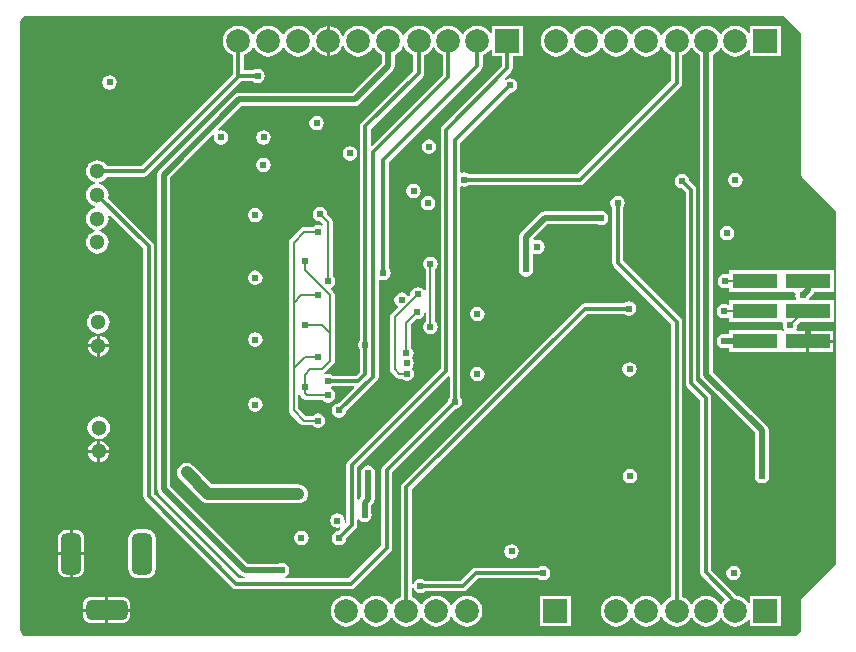
<source format=gbl>
G04 Layer_Physical_Order=4*
G04 Layer_Color=16711680*
%FSLAX44Y44*%
%MOMM*%
G71*
G01*
G75*
%ADD24R,3.8100X1.2700*%
%ADD33C,0.3000*%
%ADD34C,0.5000*%
%ADD35C,0.2030*%
%ADD37C,1.0000*%
%ADD41C,1.3000*%
%ADD42R,2.0000X2.0000*%
%ADD43C,2.0000*%
G04:AMPARAMS|DCode=44|XSize=1.7mm|YSize=3.5mm|CornerRadius=0.425mm|HoleSize=0mm|Usage=FLASHONLY|Rotation=180.000|XOffset=0mm|YOffset=0mm|HoleType=Round|Shape=RoundedRectangle|*
%AMROUNDEDRECTD44*
21,1,1.7000,2.6500,0,0,180.0*
21,1,0.8500,3.5000,0,0,180.0*
1,1,0.8500,-0.4250,1.3250*
1,1,0.8500,0.4250,1.3250*
1,1,0.8500,0.4250,-1.3250*
1,1,0.8500,-0.4250,-1.3250*
%
%ADD44ROUNDEDRECTD44*%
G04:AMPARAMS|DCode=45|XSize=1.7mm|YSize=3.5mm|CornerRadius=0.425mm|HoleSize=0mm|Usage=FLASHONLY|Rotation=270.000|XOffset=0mm|YOffset=0mm|HoleType=Round|Shape=RoundedRectangle|*
%AMROUNDEDRECTD45*
21,1,1.7000,2.6500,0,0,270.0*
21,1,0.8500,3.5000,0,0,270.0*
1,1,0.8500,-1.3250,-0.4250*
1,1,0.8500,-1.3250,0.4250*
1,1,0.8500,1.3250,0.4250*
1,1,0.8500,1.3250,-0.4250*
%
%ADD45ROUNDEDRECTD45*%
%ADD46C,0.6100*%
%ADD47R,4.9810X2.6515*%
G36*
X10889Y530744D02*
X11916Y530744D01*
X651819D01*
X666206Y516357D01*
Y396330D01*
X666538Y394664D01*
X667482Y393251D01*
X695416Y365317D01*
Y66844D01*
X667459Y38886D01*
X666515Y37473D01*
X666183Y35807D01*
Y11039D01*
X665626Y9692D01*
X663802Y7316D01*
X661426Y5492D01*
X660945Y5293D01*
X14387D01*
X13447Y5293D01*
X13144Y5276D01*
X12736Y5299D01*
X11493Y5432D01*
X11493D01*
X10509Y5527D01*
X9568Y5791D01*
X9138Y5928D01*
X9138Y5928D01*
X8396Y6075D01*
X6671Y7228D01*
X5518Y8953D01*
X5130Y10907D01*
X5164Y11080D01*
X5168Y11260D01*
X5185Y11485D01*
X5164Y11593D01*
Y525946D01*
X5480Y527534D01*
X6632Y529259D01*
X8357Y530411D01*
X9466Y530632D01*
X10665Y530762D01*
X10889Y530744D01*
D02*
G37*
%LPC*%
G36*
X392080Y522512D02*
X388686Y522065D01*
X385524Y520756D01*
X382808Y518672D01*
X380724Y515956D01*
X380415Y515209D01*
X379145D01*
X378835Y515956D01*
X376752Y518672D01*
X374036Y520756D01*
X370874Y522065D01*
X367480Y522512D01*
X364086Y522065D01*
X360924Y520756D01*
X358208Y518672D01*
X356124Y515956D01*
X355615Y514726D01*
X354345D01*
X353835Y515956D01*
X351752Y518672D01*
X349036Y520756D01*
X345874Y522065D01*
X342480Y522512D01*
X339086Y522065D01*
X335924Y520756D01*
X333208Y518672D01*
X331124Y515956D01*
X330267Y513887D01*
X328893D01*
X328036Y515956D01*
X325952Y518672D01*
X323236Y520756D01*
X320074Y522065D01*
X316680Y522512D01*
X313286Y522065D01*
X310124Y520756D01*
X307408Y518672D01*
X305324Y515956D01*
X304667Y514370D01*
X303293D01*
X302635Y515956D01*
X300552Y518672D01*
X297836Y520756D01*
X294674Y522065D01*
X291280Y522512D01*
X287886Y522065D01*
X284724Y520756D01*
X282008Y518672D01*
X279925Y515956D01*
X279018Y513768D01*
X277644D01*
X276834Y515724D01*
X274824Y518344D01*
X272204Y520354D01*
X269154Y521617D01*
X267150Y521881D01*
Y509400D01*
Y496919D01*
X269154Y497183D01*
X272204Y498446D01*
X274824Y500456D01*
X276834Y503076D01*
X277644Y505032D01*
X279018D01*
X279925Y502844D01*
X282008Y500128D01*
X284724Y498045D01*
X287886Y496735D01*
X291280Y496288D01*
X294674Y496735D01*
X297836Y498045D01*
X300552Y500128D01*
X302635Y502844D01*
X303293Y504431D01*
X304667D01*
X305324Y502844D01*
X307408Y500128D01*
X310124Y498045D01*
X311072Y497652D01*
Y490778D01*
X285820Y465526D01*
X190023D01*
X187876Y465099D01*
X186057Y463883D01*
X122457Y400283D01*
X121241Y398463D01*
X120814Y396317D01*
Y130207D01*
X121241Y128061D01*
X122457Y126242D01*
X191233Y57465D01*
X193052Y56249D01*
X194883Y55885D01*
X194758Y54615D01*
X189829D01*
X118338Y126106D01*
Y335575D01*
X117989Y337330D01*
X116995Y338819D01*
X79486Y376327D01*
X79570Y376530D01*
X79897Y379010D01*
X79570Y381490D01*
X78613Y383801D01*
X77090Y385785D01*
X75106Y387308D01*
X72795Y388265D01*
X72004Y388369D01*
Y389650D01*
X72795Y389755D01*
X75106Y390712D01*
X77090Y392235D01*
X78613Y394219D01*
X78697Y394422D01*
X109375D01*
X111131Y394771D01*
X112619Y395766D01*
X192245Y475392D01*
X201977D01*
X203639Y474281D01*
X206000Y473811D01*
X208361Y474281D01*
X210362Y475618D01*
X211699Y477619D01*
X212169Y479980D01*
X211699Y482341D01*
X210362Y484342D01*
X208361Y485679D01*
X206000Y486148D01*
X203639Y485679D01*
X201977Y484568D01*
X194268D01*
Y497229D01*
X196236Y498045D01*
X198952Y500128D01*
X201035Y502844D01*
X201693Y504431D01*
X203067D01*
X203724Y502844D01*
X205808Y500128D01*
X208524Y498045D01*
X211686Y496735D01*
X215080Y496288D01*
X218474Y496735D01*
X221636Y498045D01*
X224352Y500128D01*
X226436Y502844D01*
X227093Y504431D01*
X228467D01*
X229125Y502844D01*
X231208Y500128D01*
X233924Y498045D01*
X237086Y496735D01*
X240480Y496288D01*
X243874Y496735D01*
X247036Y498045D01*
X249752Y500128D01*
X251835Y502844D01*
X252742Y505032D01*
X254116D01*
X254926Y503076D01*
X256936Y500456D01*
X259556Y498446D01*
X262606Y497183D01*
X264610Y496919D01*
Y509400D01*
Y521881D01*
X262606Y521617D01*
X259556Y520354D01*
X256936Y518344D01*
X254926Y515724D01*
X254116Y513768D01*
X252742D01*
X251835Y515956D01*
X249752Y518672D01*
X247036Y520756D01*
X243874Y522065D01*
X240480Y522512D01*
X237086Y522065D01*
X233924Y520756D01*
X231208Y518672D01*
X229125Y515956D01*
X228467Y514370D01*
X227093D01*
X226436Y515956D01*
X224352Y518672D01*
X221636Y520756D01*
X218474Y522065D01*
X215080Y522512D01*
X211686Y522065D01*
X208524Y520756D01*
X205808Y518672D01*
X203724Y515956D01*
X203067Y514370D01*
X201693D01*
X201035Y515956D01*
X198952Y518672D01*
X196236Y520756D01*
X193074Y522065D01*
X189680Y522512D01*
X186286Y522065D01*
X183124Y520756D01*
X180408Y518672D01*
X178325Y515956D01*
X177015Y512794D01*
X176568Y509400D01*
X177015Y506006D01*
X178325Y502844D01*
X180408Y500128D01*
X183124Y498045D01*
X185092Y497229D01*
Y481216D01*
X107474Y403598D01*
X78697D01*
X78613Y403801D01*
X77090Y405785D01*
X75106Y407308D01*
X72795Y408265D01*
X70315Y408592D01*
X67835Y408265D01*
X65524Y407308D01*
X63540Y405785D01*
X62017Y403801D01*
X61059Y401490D01*
X60733Y399010D01*
X61059Y396530D01*
X62017Y394219D01*
X63540Y392235D01*
X65524Y390712D01*
X67835Y389755D01*
X68625Y389650D01*
Y388369D01*
X67835Y388265D01*
X65524Y387308D01*
X63540Y385785D01*
X62017Y383801D01*
X61059Y381490D01*
X60733Y379010D01*
X61059Y376530D01*
X62017Y374219D01*
X63540Y372235D01*
X65524Y370712D01*
X67835Y369755D01*
X68625Y369650D01*
Y368369D01*
X67835Y368265D01*
X65524Y367308D01*
X63540Y365785D01*
X62017Y363801D01*
X61059Y361490D01*
X60733Y359010D01*
X61059Y356530D01*
X62017Y354219D01*
X63540Y352235D01*
X65524Y350712D01*
X67835Y349754D01*
X68625Y349650D01*
Y348369D01*
X67835Y348265D01*
X65524Y347308D01*
X63540Y345785D01*
X62017Y343801D01*
X61059Y341490D01*
X60733Y339010D01*
X61059Y336530D01*
X62017Y334219D01*
X63540Y332234D01*
X65524Y330712D01*
X67835Y329754D01*
X70315Y329428D01*
X72795Y329754D01*
X75106Y330712D01*
X77090Y332234D01*
X78613Y334219D01*
X79570Y336530D01*
X79897Y339010D01*
X79570Y341490D01*
X78613Y343801D01*
X77090Y345785D01*
X75106Y347308D01*
X72795Y348265D01*
X72004Y348369D01*
Y349650D01*
X72795Y349754D01*
X75106Y350712D01*
X77090Y352235D01*
X78613Y354219D01*
X79570Y356530D01*
X79897Y359010D01*
X79573Y361467D01*
X79610Y361515D01*
X80661Y362175D01*
X109162Y333674D01*
Y124206D01*
X109511Y122450D01*
X110506Y120961D01*
X184685Y46783D01*
X186173Y45788D01*
X187929Y45439D01*
X285037D01*
X286793Y45788D01*
X288281Y46783D01*
X318666Y77167D01*
X319660Y78656D01*
X320009Y80412D01*
Y144451D01*
X373552Y197993D01*
X375513Y198383D01*
X377514Y199721D01*
X378851Y201722D01*
X379320Y204082D01*
X378851Y206443D01*
X377740Y208105D01*
Y385651D01*
X379010Y386350D01*
X381080Y385938D01*
X383440Y386408D01*
X385103Y387518D01*
X478787D01*
X480543Y387868D01*
X482031Y388862D01*
X564164Y470995D01*
X565158Y472483D01*
X565508Y474239D01*
Y497226D01*
X567476Y498041D01*
X570191Y500125D01*
X572275Y502841D01*
X572785Y504071D01*
X574054D01*
X574564Y502841D01*
X576648Y500125D01*
X579364Y498041D01*
X580312Y497649D01*
Y227029D01*
X580739Y224883D01*
X581954Y223064D01*
X627468Y177550D01*
Y143537D01*
X627377Y143401D01*
X626907Y141040D01*
X627377Y138680D01*
X628714Y136678D01*
X630715Y135341D01*
X633076Y134872D01*
X635436Y135341D01*
X637438Y136678D01*
X638775Y138680D01*
X639244Y141040D01*
X638775Y143401D01*
X638683Y143537D01*
Y179873D01*
X638257Y182019D01*
X637041Y183838D01*
X591527Y229352D01*
Y497649D01*
X592476Y498041D01*
X595191Y500125D01*
X597275Y502841D01*
X597584Y503588D01*
X598854D01*
X599164Y502841D01*
X601248Y500125D01*
X603963Y498041D01*
X607126Y496732D01*
X610519Y496285D01*
X613913Y496732D01*
X617076Y498041D01*
X619791Y500125D01*
X621650Y502547D01*
X622920Y502206D01*
Y496397D01*
X648920D01*
Y522397D01*
X622920D01*
Y516588D01*
X621650Y516247D01*
X619791Y518669D01*
X617076Y520752D01*
X613913Y522062D01*
X610519Y522509D01*
X607126Y522062D01*
X603963Y520752D01*
X601248Y518669D01*
X599164Y515953D01*
X598854Y515206D01*
X597584D01*
X597275Y515953D01*
X595191Y518669D01*
X592476Y520752D01*
X589313Y522062D01*
X585920Y522509D01*
X582526Y522062D01*
X579364Y520752D01*
X576648Y518669D01*
X574564Y515953D01*
X574054Y514723D01*
X572785D01*
X572275Y515953D01*
X570191Y518669D01*
X567476Y520752D01*
X564313Y522062D01*
X560919Y522509D01*
X557526Y522062D01*
X554363Y520752D01*
X551648Y518669D01*
X549564Y515953D01*
X548707Y513884D01*
X547332D01*
X546475Y515953D01*
X544391Y518669D01*
X541676Y520752D01*
X538513Y522062D01*
X535120Y522509D01*
X531726Y522062D01*
X528563Y520752D01*
X525848Y518669D01*
X523764Y515953D01*
X523107Y514366D01*
X521732D01*
X521075Y515953D01*
X518991Y518669D01*
X516276Y520752D01*
X513113Y522062D01*
X509720Y522509D01*
X506326Y522062D01*
X503163Y520752D01*
X500448Y518669D01*
X498364Y515953D01*
X497707Y514366D01*
X496332D01*
X495675Y515953D01*
X493591Y518669D01*
X490876Y520752D01*
X487713Y522062D01*
X484320Y522509D01*
X480926Y522062D01*
X477763Y520752D01*
X475048Y518669D01*
X472964Y515953D01*
X472307Y514366D01*
X470932D01*
X470275Y515953D01*
X468191Y518669D01*
X465476Y520752D01*
X462313Y522062D01*
X458920Y522509D01*
X455526Y522062D01*
X452364Y520752D01*
X449648Y518669D01*
X447564Y515953D01*
X446254Y512791D01*
X445807Y509397D01*
X446254Y506003D01*
X447564Y502841D01*
X449648Y500125D01*
X452364Y498041D01*
X455526Y496732D01*
X458920Y496285D01*
X462313Y496732D01*
X465476Y498041D01*
X468191Y500125D01*
X470275Y502841D01*
X470932Y504427D01*
X472307D01*
X472964Y502841D01*
X475048Y500125D01*
X477763Y498041D01*
X480926Y496732D01*
X484320Y496285D01*
X487713Y496732D01*
X490876Y498041D01*
X493591Y500125D01*
X495675Y502841D01*
X496332Y504427D01*
X497707D01*
X498364Y502841D01*
X500448Y500125D01*
X503163Y498041D01*
X506326Y496732D01*
X509720Y496285D01*
X513113Y496732D01*
X516276Y498041D01*
X518991Y500125D01*
X521075Y502841D01*
X521732Y504427D01*
X523107D01*
X523764Y502841D01*
X525848Y500125D01*
X528563Y498041D01*
X531726Y496732D01*
X535120Y496285D01*
X538513Y496732D01*
X541676Y498041D01*
X544391Y500125D01*
X546475Y502841D01*
X547332Y504910D01*
X548707D01*
X549564Y502841D01*
X551648Y500125D01*
X554363Y498041D01*
X556331Y497226D01*
Y476140D01*
X476886Y396695D01*
X385103D01*
X383440Y397805D01*
X381080Y398275D01*
X379010Y397863D01*
X377740Y398563D01*
Y423376D01*
X420055Y465690D01*
X422016Y466081D01*
X424017Y467418D01*
X425354Y469419D01*
X425824Y471780D01*
X425354Y474140D01*
X424017Y476141D01*
X422016Y477478D01*
X419655Y477948D01*
X417295Y477478D01*
X415982Y476601D01*
X415172Y477588D01*
X420724Y483140D01*
X421719Y484628D01*
X422068Y486384D01*
Y496400D01*
X430480D01*
Y522400D01*
X404480D01*
Y516591D01*
X403210Y516250D01*
X401352Y518672D01*
X398636Y520756D01*
X395474Y522065D01*
X392080Y522512D01*
D02*
G37*
G36*
X80598Y480513D02*
X78237Y480043D01*
X76236Y478706D01*
X74899Y476705D01*
X74429Y474344D01*
X74899Y471984D01*
X76236Y469983D01*
X78237Y468645D01*
X80598Y468176D01*
X82958Y468645D01*
X84959Y469983D01*
X86297Y471984D01*
X86766Y474344D01*
X86297Y476705D01*
X84959Y478706D01*
X82958Y480043D01*
X80598Y480513D01*
D02*
G37*
G36*
X610439Y397956D02*
X608079Y397486D01*
X606077Y396149D01*
X604740Y394147D01*
X604271Y391787D01*
X604740Y389426D01*
X606077Y387425D01*
X608079Y386088D01*
X610439Y385619D01*
X612800Y386088D01*
X614801Y387425D01*
X616138Y389426D01*
X616608Y391787D01*
X616138Y394147D01*
X614801Y396149D01*
X612800Y397486D01*
X610439Y397956D01*
D02*
G37*
G36*
X496657Y365919D02*
X494296Y365449D01*
X494160Y365358D01*
X449006D01*
X446860Y364931D01*
X445041Y363715D01*
X429178Y347852D01*
X427962Y346033D01*
X427536Y343887D01*
Y318640D01*
X427444Y318503D01*
X426975Y316143D01*
X427444Y313782D01*
X428781Y311781D01*
X430783Y310444D01*
X433143Y309974D01*
X435504Y310444D01*
X437505Y311781D01*
X438842Y313782D01*
X439312Y316143D01*
X438842Y318503D01*
X438751Y318640D01*
Y329215D01*
X439871Y329814D01*
X440554Y329357D01*
X442915Y328888D01*
X445275Y329357D01*
X447276Y330695D01*
X448614Y332696D01*
X449083Y335056D01*
X448614Y337417D01*
X447276Y339418D01*
X445275Y340755D01*
X442915Y341225D01*
X440641Y340773D01*
X440521Y340773D01*
X439286Y341436D01*
X439217Y342031D01*
X451329Y354142D01*
X494160D01*
X494296Y354051D01*
X496657Y353582D01*
X499018Y354051D01*
X501019Y355388D01*
X502356Y357389D01*
X502826Y359750D01*
X502356Y362111D01*
X501019Y364112D01*
X499018Y365449D01*
X496657Y365919D01*
D02*
G37*
G36*
X603220Y352918D02*
X600859Y352449D01*
X598858Y351112D01*
X597521Y349110D01*
X597051Y346750D01*
X597521Y344389D01*
X598858Y342388D01*
X600859Y341051D01*
X603220Y340581D01*
X605580Y341051D01*
X607582Y342388D01*
X608919Y344389D01*
X609388Y346750D01*
X608919Y349110D01*
X607582Y351112D01*
X605580Y352449D01*
X603220Y352918D01*
D02*
G37*
G36*
X649660Y315547D02*
X648390Y315547D01*
X605210D01*
Y312406D01*
X604090Y311807D01*
X603957Y311896D01*
X601597Y312365D01*
X599236Y311896D01*
X597235Y310559D01*
X595898Y308558D01*
X595428Y306197D01*
X595898Y303836D01*
X597235Y301835D01*
X599236Y300498D01*
X601597Y300028D01*
X603957Y300498D01*
X604090Y300587D01*
X605210Y299988D01*
Y296847D01*
X648390D01*
X649310Y296847D01*
X650580Y296847D01*
X660503D01*
X661501Y295577D01*
X661217Y294146D01*
X661686Y291785D01*
X662032Y291267D01*
X661433Y290147D01*
X650580D01*
X649660Y290147D01*
X648390Y290147D01*
X605210D01*
Y286646D01*
X603940Y285967D01*
X603148Y286496D01*
X600788Y286966D01*
X598427Y286496D01*
X596426Y285159D01*
X595089Y283158D01*
X594619Y280797D01*
X595089Y278436D01*
X596426Y276435D01*
X598427Y275098D01*
X600788Y274629D01*
X603148Y275098D01*
X603940Y275627D01*
X605210Y274948D01*
Y271447D01*
X648390D01*
X649926Y271447D01*
X650968Y270177D01*
X650744Y269053D01*
X651214Y266692D01*
X651973Y265557D01*
X651294Y264287D01*
X650390Y264287D01*
X649310Y264747D01*
X649041Y264747D01*
X605210D01*
Y261005D01*
X603183D01*
X603047Y261096D01*
X600686Y261565D01*
X598326Y261096D01*
X596324Y259759D01*
X594987Y257758D01*
X594518Y255397D01*
X594987Y253036D01*
X596324Y251035D01*
X598326Y249698D01*
X600686Y249228D01*
X603047Y249698D01*
X603183Y249789D01*
X605210D01*
Y246047D01*
X649041D01*
X649310Y246047D01*
X650390Y246507D01*
X650580Y246507D01*
X670440D01*
Y255397D01*
Y264287D01*
X662532D01*
X661853Y265557D01*
X662612Y266692D01*
X663081Y269053D01*
X663018Y269369D01*
X665096Y271447D01*
X693760D01*
Y290147D01*
X673337D01*
X672738Y291267D01*
X673084Y291785D01*
X673116Y291946D01*
X675675Y294505D01*
X676891Y296325D01*
X676995Y296847D01*
X693760D01*
Y315547D01*
X650580D01*
X649660Y315547D01*
D02*
G37*
G36*
X520514Y289122D02*
X518153Y288652D01*
X516491Y287542D01*
X482963D01*
X481207Y287192D01*
X479719Y286198D01*
X328675Y135154D01*
X327681Y133666D01*
X327331Y131910D01*
Y38968D01*
X325364Y38152D01*
X322648Y36069D01*
X320564Y33353D01*
X319907Y31767D01*
X318532D01*
X317875Y33353D01*
X315791Y36069D01*
X313076Y38152D01*
X309913Y39462D01*
X306520Y39909D01*
X303126Y39462D01*
X299963Y38152D01*
X297248Y36069D01*
X295164Y33353D01*
X294507Y31767D01*
X293132D01*
X292475Y33353D01*
X290391Y36069D01*
X287676Y38152D01*
X284513Y39462D01*
X281120Y39909D01*
X277726Y39462D01*
X274564Y38152D01*
X271848Y36069D01*
X269764Y33353D01*
X268454Y30191D01*
X268007Y26797D01*
X268454Y23403D01*
X269764Y20241D01*
X271848Y17525D01*
X274564Y15441D01*
X277726Y14132D01*
X281120Y13685D01*
X284513Y14132D01*
X287676Y15441D01*
X290391Y17525D01*
X292475Y20241D01*
X293132Y21827D01*
X294507D01*
X295164Y20241D01*
X297248Y17525D01*
X299963Y15441D01*
X303126Y14132D01*
X306520Y13685D01*
X309913Y14132D01*
X313076Y15441D01*
X315791Y17525D01*
X317875Y20241D01*
X318532Y21827D01*
X319907D01*
X320564Y20241D01*
X322648Y17525D01*
X325364Y15441D01*
X328526Y14132D01*
X331920Y13685D01*
X335313Y14132D01*
X338476Y15441D01*
X341191Y17525D01*
X343275Y20241D01*
X343932Y21827D01*
X345307D01*
X345964Y20241D01*
X348048Y17525D01*
X350764Y15441D01*
X353926Y14132D01*
X357320Y13685D01*
X360713Y14132D01*
X363876Y15441D01*
X366591Y17525D01*
X368675Y20241D01*
X369532Y22310D01*
X370907D01*
X371764Y20241D01*
X373848Y17525D01*
X376563Y15441D01*
X379726Y14132D01*
X383119Y13685D01*
X386513Y14132D01*
X389675Y15441D01*
X392391Y17525D01*
X394475Y20241D01*
X395181Y21946D01*
X396556D01*
X397166Y20473D01*
X399176Y17853D01*
X401796Y15843D01*
X404846Y14580D01*
X406850Y14316D01*
Y26797D01*
Y39278D01*
X404846Y39014D01*
X401796Y37751D01*
X399176Y35741D01*
X397166Y33121D01*
X396556Y31648D01*
X395181D01*
X394475Y33353D01*
X392391Y36069D01*
X389675Y38152D01*
X386513Y39462D01*
X383119Y39909D01*
X379726Y39462D01*
X376563Y38152D01*
X373848Y36069D01*
X371764Y33353D01*
X370907Y31284D01*
X369532D01*
X368675Y33353D01*
X366591Y36069D01*
X363876Y38152D01*
X360713Y39462D01*
X357320Y39909D01*
X353926Y39462D01*
X350764Y38152D01*
X348048Y36069D01*
X345964Y33353D01*
X345307Y31767D01*
X343932D01*
X343275Y33353D01*
X341191Y36069D01*
X338476Y38152D01*
X336508Y38968D01*
Y46125D01*
X336701Y47315D01*
X336701Y47315D01*
Y47315D01*
X337778Y47421D01*
X337808Y47268D01*
X338142Y45593D01*
X339479Y43592D01*
X341480Y42254D01*
X343840Y41785D01*
X346201Y42254D01*
X347863Y43365D01*
X379899D01*
X381655Y43714D01*
X383143Y44709D01*
X392858Y54423D01*
X443475D01*
X445137Y53313D01*
X447498Y52843D01*
X449858Y53313D01*
X451860Y54650D01*
X453197Y56651D01*
X453666Y59012D01*
X453197Y61372D01*
X451860Y63373D01*
X449858Y64710D01*
X447498Y65180D01*
X445137Y64710D01*
X443475Y63600D01*
X390957D01*
X389201Y63250D01*
X387713Y62256D01*
X377998Y52541D01*
X347863D01*
X346201Y53652D01*
X343840Y54122D01*
X341480Y53652D01*
X339479Y52315D01*
X338142Y50314D01*
X337808Y48638D01*
X337778Y48485D01*
X336701Y48591D01*
Y48591D01*
X336701Y48591D01*
X336508Y49781D01*
Y130009D01*
X484864Y278365D01*
X516491D01*
X518153Y277255D01*
X520514Y276785D01*
X522875Y277255D01*
X524876Y278592D01*
X526213Y280593D01*
X526683Y282954D01*
X526213Y285314D01*
X524876Y287315D01*
X522875Y288652D01*
X520514Y289122D01*
D02*
G37*
G36*
X392000Y284533D02*
X389639Y284063D01*
X387638Y282726D01*
X386301Y280725D01*
X385831Y278364D01*
X386301Y276004D01*
X387638Y274002D01*
X389639Y272665D01*
X392000Y272196D01*
X394360Y272665D01*
X396362Y274002D01*
X397699Y276004D01*
X398168Y278364D01*
X397699Y280725D01*
X396362Y282726D01*
X394360Y284063D01*
X392000Y284533D01*
D02*
G37*
G36*
X71107Y280835D02*
X68627Y280508D01*
X66316Y279551D01*
X64331Y278029D01*
X62809Y276044D01*
X61852Y273733D01*
X61525Y271253D01*
X61852Y268773D01*
X62809Y266462D01*
X64331Y264478D01*
X66316Y262955D01*
X68627Y261998D01*
X71107Y261671D01*
X73587Y261998D01*
X75898Y262955D01*
X77882Y264478D01*
X79405Y266462D01*
X80362Y268773D01*
X80689Y271253D01*
X80362Y273733D01*
X79405Y276044D01*
X77882Y278029D01*
X75898Y279551D01*
X73587Y280508D01*
X71107Y280835D01*
D02*
G37*
G36*
X693300Y264287D02*
X672980D01*
Y256667D01*
X693300D01*
Y264287D01*
D02*
G37*
G36*
X72377Y260204D02*
Y252523D01*
X80058D01*
X79914Y253613D01*
X79003Y255812D01*
X77554Y257700D01*
X75666Y259149D01*
X73467Y260060D01*
X72377Y260204D01*
D02*
G37*
G36*
X69837D02*
X68747Y260060D01*
X66548Y259149D01*
X64660Y257700D01*
X63211Y255812D01*
X62300Y253613D01*
X62156Y252523D01*
X69837D01*
Y260204D01*
D02*
G37*
G36*
X693300Y254127D02*
X672980D01*
Y246507D01*
X693300D01*
Y254127D01*
D02*
G37*
G36*
X69837Y249983D02*
X62156D01*
X62300Y248893D01*
X63211Y246694D01*
X64660Y244806D01*
X66548Y243357D01*
X68747Y242446D01*
X69837Y242302D01*
Y249983D01*
D02*
G37*
G36*
X80058D02*
X72377D01*
Y242302D01*
X73467Y242446D01*
X75666Y243357D01*
X77554Y244806D01*
X79003Y246694D01*
X79914Y248893D01*
X80058Y249983D01*
D02*
G37*
G36*
X520902Y237671D02*
X518542Y237202D01*
X516540Y235865D01*
X515203Y233863D01*
X514734Y231503D01*
X515203Y229142D01*
X516540Y227141D01*
X518542Y225804D01*
X520902Y225334D01*
X523263Y225804D01*
X525264Y227141D01*
X526601Y229142D01*
X527071Y231503D01*
X526601Y233863D01*
X525264Y235865D01*
X523263Y237202D01*
X520902Y237671D01*
D02*
G37*
G36*
X392000Y233533D02*
X389639Y233063D01*
X387638Y231726D01*
X386301Y229725D01*
X385831Y227364D01*
X386301Y225004D01*
X387638Y223002D01*
X389639Y221665D01*
X392000Y221196D01*
X394360Y221665D01*
X396362Y223002D01*
X397699Y225004D01*
X398168Y227364D01*
X397699Y229725D01*
X396362Y231726D01*
X394360Y233063D01*
X392000Y233533D01*
D02*
G37*
G36*
X71345Y191681D02*
X68865Y191355D01*
X66554Y190397D01*
X64570Y188874D01*
X63047Y186890D01*
X62090Y184579D01*
X61763Y182099D01*
X62090Y179619D01*
X63047Y177308D01*
X64570Y175324D01*
X66554Y173801D01*
X68865Y172843D01*
X71345Y172517D01*
X73825Y172843D01*
X76136Y173801D01*
X78120Y175324D01*
X79643Y177308D01*
X80600Y179619D01*
X80927Y182099D01*
X80600Y184579D01*
X79643Y186890D01*
X78120Y188874D01*
X76136Y190397D01*
X73825Y191355D01*
X71345Y191681D01*
D02*
G37*
G36*
X72615Y171050D02*
Y163369D01*
X80296D01*
X80152Y164459D01*
X79241Y166658D01*
X77792Y168546D01*
X75904Y169995D01*
X73705Y170906D01*
X72615Y171050D01*
D02*
G37*
G36*
X70075Y171050D02*
X68985Y170906D01*
X66786Y169995D01*
X64898Y168546D01*
X63449Y166658D01*
X62538Y164459D01*
X62394Y163369D01*
X70075D01*
Y171050D01*
D02*
G37*
G36*
Y160829D02*
X62394D01*
X62538Y159739D01*
X63449Y157540D01*
X64898Y155652D01*
X66786Y154203D01*
X68985Y153292D01*
X70075Y153148D01*
Y160829D01*
D02*
G37*
G36*
X80296D02*
X72615D01*
Y153148D01*
X73705Y153292D01*
X75904Y154203D01*
X77792Y155652D01*
X79241Y157540D01*
X80152Y159739D01*
X80296Y160829D01*
D02*
G37*
G36*
X521214Y147209D02*
X518853Y146740D01*
X516852Y145402D01*
X515515Y143401D01*
X515046Y141041D01*
X515515Y138680D01*
X516852Y136679D01*
X518853Y135342D01*
X521214Y134872D01*
X523575Y135342D01*
X525576Y136679D01*
X526913Y138680D01*
X527383Y141041D01*
X526913Y143401D01*
X525576Y145402D01*
X523575Y146740D01*
X521214Y147209D01*
D02*
G37*
G36*
X52454Y95600D02*
X49474D01*
Y76771D01*
X59303D01*
Y88751D01*
X59069Y90524D01*
X58385Y92175D01*
X57297Y93594D01*
X55878Y94682D01*
X54227Y95366D01*
X52454Y95600D01*
D02*
G37*
G36*
X46934D02*
X43954D01*
X42182Y95366D01*
X40530Y94682D01*
X39111Y93594D01*
X38023Y92175D01*
X37339Y90524D01*
X37106Y88751D01*
Y76771D01*
X46934D01*
Y95600D01*
D02*
G37*
G36*
X421000Y83419D02*
X418639Y82949D01*
X416638Y81612D01*
X415301Y79611D01*
X414831Y77250D01*
X415301Y74889D01*
X416638Y72888D01*
X418639Y71551D01*
X421000Y71082D01*
X423360Y71551D01*
X425362Y72888D01*
X426699Y74889D01*
X427168Y77250D01*
X426699Y79611D01*
X425362Y81612D01*
X423360Y82949D01*
X421000Y83419D01*
D02*
G37*
G36*
X59303Y74231D02*
X49474D01*
Y55402D01*
X52454D01*
X54227Y55636D01*
X55878Y56320D01*
X57297Y57408D01*
X58385Y58827D01*
X59069Y60478D01*
X59303Y62251D01*
Y74231D01*
D02*
G37*
G36*
X46934D02*
X37106D01*
Y62251D01*
X37339Y60478D01*
X38023Y58827D01*
X39111Y57408D01*
X40530Y56320D01*
X42182Y55636D01*
X43954Y55402D01*
X46934D01*
Y74231D01*
D02*
G37*
G36*
X112454Y96063D02*
X103954D01*
X102061Y95814D01*
X100298Y95084D01*
X98783Y93922D01*
X97621Y92407D01*
X96891Y90644D01*
X96642Y88751D01*
Y62251D01*
X96891Y60358D01*
X97621Y58595D01*
X98783Y57080D01*
X100298Y55918D01*
X102061Y55188D01*
X103954Y54938D01*
X112454D01*
X114347Y55188D01*
X116110Y55918D01*
X117625Y57080D01*
X118787Y58595D01*
X119517Y60358D01*
X119767Y62251D01*
Y88751D01*
X119517Y90644D01*
X118787Y92407D01*
X117625Y93922D01*
X116110Y95084D01*
X114347Y95814D01*
X112454Y96063D01*
D02*
G37*
G36*
X609043Y65180D02*
X606683Y64710D01*
X604682Y63373D01*
X603344Y61372D01*
X602875Y59012D01*
X603344Y56651D01*
X604682Y54650D01*
X606683Y53313D01*
X609043Y52843D01*
X611404Y53313D01*
X613405Y54650D01*
X614742Y56651D01*
X615212Y59012D01*
X614742Y61372D01*
X613405Y63373D01*
X611404Y64710D01*
X609043Y65180D01*
D02*
G37*
G36*
X471119Y39797D02*
X445120D01*
Y32948D01*
X443849Y32695D01*
X443673Y33121D01*
X441663Y35741D01*
X439044Y37751D01*
X435993Y39014D01*
X433989Y39278D01*
Y26797D01*
Y14316D01*
X435993Y14580D01*
X439044Y15843D01*
X441663Y17853D01*
X443673Y20473D01*
X443849Y20899D01*
X445120Y20646D01*
Y13797D01*
X471119D01*
Y39797D01*
D02*
G37*
G36*
X565425Y397241D02*
X563064Y396771D01*
X561063Y395434D01*
X559726Y393433D01*
X559256Y391072D01*
X559726Y388712D01*
X561063Y386711D01*
X563064Y385373D01*
X565025Y384983D01*
X568292Y381716D01*
Y219594D01*
X568642Y217838D01*
X569636Y216349D01*
X580840Y205146D01*
Y59504D01*
X581189Y57748D01*
X582183Y56259D01*
X601317Y37125D01*
X601248Y36069D01*
X599164Y33353D01*
X598854Y32606D01*
X597584D01*
X597275Y33353D01*
X595191Y36069D01*
X592476Y38152D01*
X589313Y39462D01*
X585920Y39909D01*
X582526Y39462D01*
X579364Y38152D01*
X576648Y36069D01*
X574564Y33353D01*
X574054Y32123D01*
X572785D01*
X572275Y33353D01*
X570191Y36069D01*
X567476Y38152D01*
X565508Y38968D01*
Y271321D01*
X565158Y273076D01*
X564164Y274565D01*
X515409Y323320D01*
Y368427D01*
X516519Y370089D01*
X516989Y372450D01*
X516519Y374811D01*
X515182Y376812D01*
X513181Y378149D01*
X510821Y378619D01*
X508460Y378149D01*
X506459Y376812D01*
X505121Y374811D01*
X504652Y372450D01*
X505121Y370089D01*
X506232Y368427D01*
Y321420D01*
X506582Y319664D01*
X507576Y318175D01*
X556331Y269420D01*
Y38968D01*
X554363Y38152D01*
X551648Y36069D01*
X549564Y33353D01*
X548707Y31284D01*
X547332D01*
X546475Y33353D01*
X544391Y36069D01*
X541676Y38152D01*
X538513Y39462D01*
X535120Y39909D01*
X531726Y39462D01*
X528563Y38152D01*
X525848Y36069D01*
X523764Y33353D01*
X523107Y31767D01*
X521732D01*
X521075Y33353D01*
X518991Y36069D01*
X516276Y38152D01*
X513113Y39462D01*
X509720Y39909D01*
X506326Y39462D01*
X503163Y38152D01*
X500448Y36069D01*
X498364Y33353D01*
X497054Y30191D01*
X496607Y26797D01*
X497054Y23403D01*
X498364Y20241D01*
X500448Y17525D01*
X503163Y15441D01*
X506326Y14132D01*
X509720Y13685D01*
X513113Y14132D01*
X516276Y15441D01*
X518991Y17525D01*
X521075Y20241D01*
X521732Y21827D01*
X523107D01*
X523764Y20241D01*
X525848Y17525D01*
X528563Y15441D01*
X531726Y14132D01*
X535120Y13685D01*
X538513Y14132D01*
X541676Y15441D01*
X544391Y17525D01*
X546475Y20241D01*
X547332Y22310D01*
X548707D01*
X549564Y20241D01*
X551648Y17525D01*
X554363Y15441D01*
X557526Y14132D01*
X560919Y13685D01*
X564313Y14132D01*
X567476Y15441D01*
X570191Y17525D01*
X572275Y20241D01*
X572785Y21471D01*
X574054D01*
X574564Y20241D01*
X576648Y17525D01*
X579364Y15441D01*
X582526Y14132D01*
X585920Y13685D01*
X589313Y14132D01*
X592476Y15441D01*
X595191Y17525D01*
X597275Y20241D01*
X597584Y20988D01*
X598854D01*
X599164Y20241D01*
X601248Y17525D01*
X603963Y15441D01*
X607126Y14132D01*
X610519Y13685D01*
X613913Y14132D01*
X617076Y15441D01*
X619791Y17525D01*
X621650Y19947D01*
X622920Y19606D01*
Y13797D01*
X648920D01*
Y39797D01*
X622920D01*
Y33988D01*
X621650Y33647D01*
X619791Y36069D01*
X617076Y38152D01*
X613913Y39462D01*
X611661Y39759D01*
X590016Y61404D01*
Y207046D01*
X589666Y208802D01*
X588672Y210291D01*
X577468Y221494D01*
Y383617D01*
X577119Y385373D01*
X576125Y386861D01*
X571514Y391472D01*
X571124Y393433D01*
X569787Y395434D01*
X567785Y396771D01*
X565425Y397241D01*
D02*
G37*
G36*
X91454Y38600D02*
X79474D01*
Y28771D01*
X98303D01*
Y31751D01*
X98069Y33524D01*
X97385Y35175D01*
X96297Y36594D01*
X94878Y37682D01*
X93227Y38366D01*
X91454Y38600D01*
D02*
G37*
G36*
X76934D02*
X64954D01*
X63182Y38366D01*
X61530Y37682D01*
X60111Y36594D01*
X59023Y35175D01*
X58339Y33524D01*
X58106Y31751D01*
Y28771D01*
X76934D01*
Y38600D01*
D02*
G37*
G36*
X98303Y26231D02*
X79474D01*
Y16402D01*
X91454D01*
X93227Y16636D01*
X94878Y17320D01*
X96297Y18408D01*
X97385Y19827D01*
X98069Y21479D01*
X98303Y23251D01*
Y26231D01*
D02*
G37*
G36*
X76934D02*
X58106D01*
Y23251D01*
X58339Y21479D01*
X59023Y19827D01*
X60111Y18408D01*
X61530Y17320D01*
X63182Y16636D01*
X64954Y16402D01*
X76934D01*
Y26231D01*
D02*
G37*
G36*
X409390Y39278D02*
Y26797D01*
Y14316D01*
X411393Y14580D01*
X414444Y15843D01*
X417063Y17853D01*
X419073Y20473D01*
X419732Y22064D01*
X421107D01*
X421766Y20473D01*
X423776Y17853D01*
X426395Y15843D01*
X429446Y14580D01*
X431450Y14316D01*
Y26797D01*
Y39278D01*
X429446Y39014D01*
X426395Y37751D01*
X423776Y35741D01*
X421766Y33121D01*
X421107Y31530D01*
X419732D01*
X419073Y33121D01*
X417063Y35741D01*
X414444Y37751D01*
X411393Y39014D01*
X409390Y39278D01*
D02*
G37*
%LPD*%
G36*
X331124Y502844D02*
X333208Y500128D01*
X335924Y498045D01*
X337892Y497229D01*
Y484380D01*
X293912Y440401D01*
X292917Y438912D01*
X292568Y437156D01*
Y256023D01*
X291458Y254361D01*
X290988Y252000D01*
X291458Y249639D01*
X292568Y247977D01*
Y229326D01*
X289353Y226111D01*
X269458D01*
X267796Y227222D01*
X265435Y227691D01*
X263074Y227222D01*
X262502Y228304D01*
X263701Y229105D01*
X270229Y235634D01*
X271117Y236962D01*
X271428Y238528D01*
Y261868D01*
Y294044D01*
X271117Y295611D01*
X270229Y296939D01*
X268005Y299163D01*
X268325Y300639D01*
X269864Y301668D01*
X271201Y303669D01*
X271671Y306030D01*
X271201Y308390D01*
X269864Y310391D01*
X269596Y310571D01*
Y356301D01*
X269284Y357868D01*
X268397Y359196D01*
X264909Y362684D01*
X264972Y363000D01*
X264502Y365360D01*
X263165Y367362D01*
X261164Y368699D01*
X258803Y369168D01*
X256443Y368699D01*
X254441Y367362D01*
X253104Y365360D01*
X252635Y363000D01*
X253104Y360639D01*
X254441Y358638D01*
X256443Y357301D01*
X258803Y356831D01*
X259119Y356894D01*
X261144Y354869D01*
X261037Y353805D01*
X259866Y353220D01*
X259296Y353600D01*
X256936Y354070D01*
X254575Y353600D01*
X252574Y352263D01*
X252395Y351995D01*
X245652D01*
X244085Y351683D01*
X242757Y350796D01*
X233605Y341644D01*
X232718Y340316D01*
X232406Y338750D01*
Y287500D01*
Y232750D01*
Y196605D01*
X232718Y195039D01*
X233605Y193711D01*
X242210Y185105D01*
X243538Y184218D01*
X245105Y183906D01*
X252558D01*
X252738Y183638D01*
X254739Y182301D01*
X257099Y181832D01*
X259460Y182301D01*
X261461Y183638D01*
X262798Y185640D01*
X263268Y188000D01*
X262798Y190361D01*
X261461Y192362D01*
X259460Y193699D01*
X257099Y194169D01*
X254739Y193699D01*
X252738Y192362D01*
X252558Y192094D01*
X246801D01*
X240593Y198301D01*
Y209911D01*
X241863Y210036D01*
X241968Y209510D01*
X242855Y208182D01*
X244561Y206477D01*
X245889Y205589D01*
X247456Y205278D01*
X261052D01*
X261232Y205009D01*
X263233Y203672D01*
X265593Y203203D01*
X267954Y203672D01*
X269955Y205009D01*
X271292Y207011D01*
X271762Y209371D01*
X271292Y211732D01*
X269955Y213733D01*
X268428Y214753D01*
X268345Y216146D01*
X268367Y216206D01*
X269458Y216935D01*
X287193D01*
X287679Y215762D01*
X274629Y202711D01*
X272668Y202321D01*
X270666Y200984D01*
X269329Y198982D01*
X268860Y196622D01*
X269329Y194261D01*
X270666Y192260D01*
X272668Y190923D01*
X275028Y190453D01*
X277389Y190923D01*
X279390Y192260D01*
X280727Y194261D01*
X281117Y196222D01*
X306998Y222103D01*
X307993Y223592D01*
X308342Y225348D01*
Y307153D01*
X309462Y307752D01*
X310013Y307384D01*
X312373Y306915D01*
X314734Y307384D01*
X316735Y308722D01*
X318072Y310723D01*
X318542Y313083D01*
X318072Y315444D01*
X316961Y317106D01*
Y406689D01*
X395324Y485052D01*
X396319Y486541D01*
X396668Y488296D01*
Y497229D01*
X398636Y498045D01*
X401352Y500128D01*
X403210Y502550D01*
X404480Y502209D01*
Y496400D01*
X412892D01*
Y488285D01*
X362303Y437695D01*
X361308Y436207D01*
X360959Y434451D01*
Y232057D01*
X282537Y153636D01*
X281543Y152147D01*
X281193Y150391D01*
Y101964D01*
X280707Y101606D01*
X279557Y102337D01*
X279769Y103405D01*
X279300Y105765D01*
X277963Y107766D01*
X275961Y109103D01*
X273601Y109573D01*
X271240Y109103D01*
X269239Y107766D01*
X267902Y105765D01*
X267432Y103405D01*
X267902Y101044D01*
X269239Y99043D01*
X271240Y97705D01*
X273601Y97236D01*
X275496Y97613D01*
X276122Y96443D01*
X274519Y94839D01*
X272558Y94449D01*
X270556Y93112D01*
X269219Y91111D01*
X268750Y88750D01*
X269219Y86390D01*
X270556Y84388D01*
X272558Y83051D01*
X274918Y82582D01*
X277279Y83051D01*
X279280Y84388D01*
X280617Y86390D01*
X281007Y88350D01*
X289026Y96369D01*
X290021Y97858D01*
X290370Y99614D01*
Y103966D01*
X291640Y104351D01*
X292116Y103638D01*
X294117Y102301D01*
X296478Y101831D01*
X298838Y102301D01*
X300840Y103638D01*
X302177Y105639D01*
X302646Y108000D01*
X302177Y110360D01*
X302085Y110497D01*
Y116238D01*
X303503Y117655D01*
X304718Y119474D01*
X305145Y121620D01*
Y141386D01*
X305236Y141522D01*
X305706Y143883D01*
X305236Y146243D01*
X303899Y148244D01*
X301898Y149582D01*
X299537Y150051D01*
X297177Y149582D01*
X295175Y148244D01*
X293838Y146243D01*
X293369Y143883D01*
X293838Y141522D01*
X293930Y141386D01*
Y123943D01*
X292512Y122526D01*
X291640Y121220D01*
X290370Y121605D01*
Y148491D01*
X367391Y225512D01*
X368564Y225026D01*
Y208105D01*
X367453Y206443D01*
X367063Y204482D01*
X312177Y149596D01*
X311182Y148108D01*
X310833Y146352D01*
Y82312D01*
X283136Y54615D01*
X229335D01*
X229277Y54763D01*
X229124Y55885D01*
X230895Y57069D01*
X232232Y59070D01*
X232701Y61430D01*
X232232Y63791D01*
X230895Y65792D01*
X228893Y67129D01*
X226533Y67599D01*
X224172Y67129D01*
X224036Y67038D01*
X197521D01*
X132030Y132530D01*
Y393995D01*
X168141Y430106D01*
X169311Y429480D01*
X168967Y427750D01*
X169437Y425390D01*
X170774Y423388D01*
X172775Y422051D01*
X175136Y421582D01*
X177496Y422051D01*
X179497Y423388D01*
X180835Y425390D01*
X181304Y427750D01*
X180835Y430111D01*
X179497Y432112D01*
X177496Y433449D01*
X175136Y433919D01*
X173406Y433575D01*
X172780Y434745D01*
X192345Y454310D01*
X288143D01*
X290289Y454737D01*
X292108Y455953D01*
X320645Y484490D01*
X321861Y486310D01*
X322288Y488456D01*
Y497652D01*
X323236Y498045D01*
X325952Y500128D01*
X328036Y502844D01*
X328893Y504913D01*
X330267D01*
X331124Y502844D01*
D02*
G37*
G36*
X356124D02*
X358208Y500128D01*
X360924Y498045D01*
X362892Y497229D01*
Y480741D01*
X302918Y420767D01*
X301745Y421254D01*
Y435256D01*
X345724Y479235D01*
X346719Y480724D01*
X347068Y482480D01*
Y497229D01*
X349036Y498045D01*
X351752Y500128D01*
X353835Y502844D01*
X354345Y504074D01*
X355615D01*
X356124Y502844D01*
D02*
G37*
%LPC*%
G36*
X256029Y446168D02*
X253668Y445698D01*
X251667Y444361D01*
X250330Y442360D01*
X249861Y439999D01*
X250330Y437639D01*
X251667Y435637D01*
X253668Y434300D01*
X256029Y433831D01*
X258390Y434300D01*
X260391Y435637D01*
X261728Y437639D01*
X262198Y439999D01*
X261728Y442360D01*
X260391Y444361D01*
X258390Y445698D01*
X256029Y446168D01*
D02*
G37*
G36*
X211007Y433919D02*
X208646Y433449D01*
X206645Y432112D01*
X205308Y430111D01*
X204838Y427750D01*
X205308Y425390D01*
X206645Y423388D01*
X208646Y422051D01*
X211007Y421582D01*
X213367Y422051D01*
X215368Y423388D01*
X216705Y425390D01*
X217175Y427750D01*
X216705Y430111D01*
X215368Y432112D01*
X213367Y433449D01*
X211007Y433919D01*
D02*
G37*
G36*
X350990Y426129D02*
X348629Y425659D01*
X346628Y424322D01*
X345291Y422321D01*
X344822Y419960D01*
X345291Y417599D01*
X346628Y415598D01*
X348629Y414261D01*
X350990Y413792D01*
X353351Y414261D01*
X355352Y415598D01*
X356689Y417599D01*
X357159Y419960D01*
X356689Y422321D01*
X355352Y424322D01*
X353351Y425659D01*
X350990Y426129D01*
D02*
G37*
G36*
X284370Y420508D02*
X282009Y420039D01*
X280008Y418702D01*
X278671Y416701D01*
X278202Y414340D01*
X278671Y411979D01*
X280008Y409978D01*
X282009Y408641D01*
X284370Y408172D01*
X286731Y408641D01*
X288732Y409978D01*
X290069Y411979D01*
X290539Y414340D01*
X290069Y416701D01*
X288732Y418702D01*
X286731Y420039D01*
X284370Y420508D01*
D02*
G37*
G36*
X210940Y410509D02*
X208580Y410039D01*
X206578Y408702D01*
X205241Y406701D01*
X204772Y404340D01*
X205241Y401979D01*
X206578Y399978D01*
X208580Y398641D01*
X210940Y398172D01*
X213301Y398641D01*
X215302Y399978D01*
X216639Y401979D01*
X217109Y404340D01*
X216639Y406701D01*
X215302Y408702D01*
X213301Y410039D01*
X210940Y410509D01*
D02*
G37*
G36*
X338030Y388754D02*
X335669Y388284D01*
X333668Y386947D01*
X332331Y384946D01*
X331861Y382585D01*
X332331Y380224D01*
X333668Y378223D01*
X335669Y376886D01*
X338030Y376417D01*
X340391Y376886D01*
X342392Y378223D01*
X343729Y380224D01*
X344198Y382585D01*
X343729Y384946D01*
X342392Y386947D01*
X340391Y388284D01*
X338030Y388754D01*
D02*
G37*
G36*
X350200Y378397D02*
X347839Y377928D01*
X345838Y376590D01*
X344501Y374589D01*
X344031Y372229D01*
X344501Y369868D01*
X345838Y367867D01*
X347839Y366530D01*
X350200Y366060D01*
X352561Y366530D01*
X354562Y367867D01*
X355899Y369868D01*
X356368Y372229D01*
X355899Y374589D01*
X354562Y376590D01*
X352561Y377928D01*
X350200Y378397D01*
D02*
G37*
G36*
X204000Y368168D02*
X201639Y367699D01*
X199638Y366362D01*
X198301Y364361D01*
X197831Y362000D01*
X198301Y359639D01*
X199638Y357638D01*
X201639Y356301D01*
X204000Y355831D01*
X206361Y356301D01*
X208362Y357638D01*
X209699Y359639D01*
X210168Y362000D01*
X209699Y364361D01*
X208362Y366362D01*
X206361Y367699D01*
X204000Y368168D01*
D02*
G37*
G36*
X204000Y315168D02*
X201639Y314699D01*
X199638Y313362D01*
X198301Y311360D01*
X197832Y309000D01*
X198301Y306639D01*
X199638Y304638D01*
X201639Y303301D01*
X204000Y302831D01*
X206361Y303301D01*
X208362Y304638D01*
X209699Y306639D01*
X210169Y309000D01*
X209699Y311360D01*
X208362Y313362D01*
X206361Y314699D01*
X204000Y315168D01*
D02*
G37*
G36*
X352250Y326950D02*
X349889Y326481D01*
X347888Y325144D01*
X346551Y323142D01*
X346081Y320782D01*
X346551Y318421D01*
X347888Y316420D01*
X348156Y316241D01*
Y298264D01*
X346886Y297879D01*
X345895Y299362D01*
X343894Y300699D01*
X341533Y301169D01*
X339173Y300699D01*
X337172Y299362D01*
X335834Y297361D01*
X335365Y295000D01*
X335428Y294684D01*
X334321Y293577D01*
X333057Y293702D01*
X332362Y294742D01*
X330361Y296079D01*
X328000Y296549D01*
X325639Y296079D01*
X323638Y294742D01*
X322301Y292741D01*
X321832Y290380D01*
X322301Y288020D01*
X323638Y286019D01*
X324679Y285323D01*
X324803Y284059D01*
X319275Y278531D01*
X318387Y277203D01*
X318076Y275636D01*
Y231382D01*
X318387Y229815D01*
X319275Y228487D01*
X322902Y224860D01*
X324230Y223972D01*
X325797Y223661D01*
X327793D01*
X327973Y223392D01*
X329974Y222055D01*
X332334Y221586D01*
X334695Y222055D01*
X336696Y223392D01*
X338033Y225394D01*
X338503Y227754D01*
X338033Y230115D01*
X337272Y231255D01*
X336696Y232116D01*
X337222Y233292D01*
X337877Y234273D01*
X338347Y236634D01*
X337877Y238994D01*
X336540Y240996D01*
X336457Y241051D01*
X337589Y242745D01*
X338058Y245105D01*
X337589Y247466D01*
X336252Y249467D01*
X335984Y249646D01*
Y269404D01*
X340474Y273894D01*
X340790Y273832D01*
X343150Y274301D01*
X345152Y275638D01*
X346489Y277639D01*
X346793Y279169D01*
X348109Y279274D01*
X348156Y279212D01*
Y271944D01*
X347888Y271764D01*
X346551Y269763D01*
X346081Y267403D01*
X346551Y265042D01*
X347888Y263041D01*
X349889Y261704D01*
X352250Y261234D01*
X354610Y261704D01*
X356612Y263041D01*
X357949Y265042D01*
X358418Y267403D01*
X357949Y269763D01*
X356612Y271764D01*
X356343Y271944D01*
Y316241D01*
X356612Y316420D01*
X357949Y318421D01*
X358418Y320782D01*
X357949Y323142D01*
X356612Y325144D01*
X354610Y326481D01*
X352250Y326950D01*
D02*
G37*
G36*
X204000Y262805D02*
X201639Y262335D01*
X199638Y260998D01*
X198301Y258997D01*
X197832Y256636D01*
X198301Y254275D01*
X199638Y252274D01*
X201639Y250937D01*
X204000Y250468D01*
X206361Y250937D01*
X208362Y252274D01*
X209699Y254275D01*
X210169Y256636D01*
X209699Y258997D01*
X208362Y260998D01*
X206361Y262335D01*
X204000Y262805D01*
D02*
G37*
G36*
Y207805D02*
X201639Y207335D01*
X199638Y205998D01*
X198301Y203997D01*
X197832Y201636D01*
X198301Y199275D01*
X199638Y197274D01*
X201639Y195937D01*
X204000Y195468D01*
X206361Y195937D01*
X208362Y197274D01*
X209699Y199275D01*
X210169Y201636D01*
X209699Y203997D01*
X208362Y205998D01*
X206361Y207335D01*
X204000Y207805D01*
D02*
G37*
G36*
X145810Y152194D02*
X143722Y151919D01*
X141776Y151113D01*
X140105Y149831D01*
X138822Y148160D01*
X138016Y146214D01*
X137741Y144125D01*
X138016Y142037D01*
X138822Y140091D01*
X140105Y138420D01*
X158297Y120227D01*
X159968Y118945D01*
X161914Y118139D01*
X164003Y117864D01*
X240595D01*
X242684Y118139D01*
X244630Y118945D01*
X246301Y120227D01*
X247583Y121898D01*
X248389Y123845D01*
X248664Y125933D01*
X248389Y128021D01*
X247583Y129967D01*
X246301Y131639D01*
X244630Y132921D01*
X242684Y133727D01*
X240595Y134002D01*
X167345D01*
X151516Y149831D01*
X149845Y151113D01*
X147899Y151919D01*
X145810Y152194D01*
D02*
G37*
G36*
X243080Y94748D02*
X240719Y94279D01*
X238718Y92942D01*
X237381Y90941D01*
X236912Y88580D01*
X237381Y86219D01*
X238718Y84218D01*
X240719Y82881D01*
X243080Y82411D01*
X245441Y82881D01*
X247442Y84218D01*
X248779Y86219D01*
X249249Y88580D01*
X248779Y90941D01*
X247442Y92942D01*
X245441Y94279D01*
X243080Y94748D01*
D02*
G37*
%LPD*%
D24*
X671710Y306197D02*
D03*
Y280797D02*
D03*
Y255397D02*
D03*
X627260Y306197D02*
D03*
Y280797D02*
D03*
Y255397D02*
D03*
D33*
X478787Y392107D02*
X560919Y474239D01*
X381080Y392107D02*
X478787D01*
X190345Y479980D02*
X206000D01*
X109375Y399010D02*
X190345Y479980D01*
X70315Y399010D02*
X109375D01*
X189680Y480032D02*
Y509400D01*
X482963Y282954D02*
X520514D01*
X331920Y131910D02*
X482963Y282954D01*
X331920Y26797D02*
Y131910D01*
X390957Y59012D02*
X447498D01*
X379899Y47953D02*
X390957Y59012D01*
X343840Y47953D02*
X379899D01*
X285037Y50027D02*
X315421Y80412D01*
Y146352D01*
X565425Y391072D02*
X572880Y383617D01*
Y219594D02*
Y383617D01*
Y219594D02*
X585428Y207046D01*
Y59504D02*
Y207046D01*
Y59504D02*
X610519Y34412D01*
Y26797D02*
Y34412D01*
X365547Y230157D02*
Y434451D01*
X285782Y150391D02*
X365547Y230157D01*
X285782Y99614D02*
Y150391D01*
X373152Y204082D02*
Y425276D01*
X315421Y146352D02*
X373152Y204082D01*
X187929Y50027D02*
X285037D01*
X113750Y124206D02*
X187929Y50027D01*
X113750Y124206D02*
Y335575D01*
X373152Y425276D02*
X419655Y471780D01*
X70315Y379010D02*
X113750Y335575D01*
X297156Y437156D02*
X342480Y482480D01*
Y509400D01*
X367480Y478841D02*
Y509400D01*
X303754Y415115D02*
X367480Y478841D01*
X312373Y408590D02*
X392080Y488296D01*
Y509400D01*
X365547Y434451D02*
X417480Y486384D01*
Y509400D01*
X265435Y221523D02*
X291254D01*
X297156Y227426D01*
Y252000D01*
Y437156D01*
X275028Y196622D02*
X303754Y225348D01*
Y415115D01*
X274918Y88750D02*
X285782Y99614D01*
X560919Y474239D02*
Y509397D01*
X510821Y321420D02*
Y372450D01*
Y321420D02*
X560919Y271321D01*
Y26797D02*
Y271321D01*
X312373Y313083D02*
Y408590D01*
D34*
X190023Y459918D02*
X288143D01*
X126422Y396317D02*
X190023Y459918D01*
X126422Y130207D02*
Y396317D01*
X288143Y459918D02*
X316680Y488456D01*
X195198Y61430D02*
X226533D01*
X126422Y130207D02*
X195198Y61430D01*
X316680Y488456D02*
Y509400D01*
X667385Y294146D02*
X671710Y298471D01*
Y306197D01*
Y255397D02*
Y266079D01*
X600686Y255397D02*
X627260D01*
X296478Y108000D02*
Y118561D01*
X299537Y121620D01*
Y143883D01*
X585920Y227029D02*
Y509397D01*
Y227029D02*
X633076Y179873D01*
Y141040D02*
Y179873D01*
X449006Y359750D02*
X496657D01*
X433143Y343887D02*
X449006Y359750D01*
X433143Y316143D02*
Y343887D01*
D35*
X245652Y347901D02*
X256936D01*
X236500Y338750D02*
X245652Y347901D01*
X236500Y287500D02*
Y338750D01*
X245750Y315629D02*
Y323217D01*
X656913Y269053D02*
X668657Y280797D01*
X671710D01*
Y266079D02*
X671830Y266199D01*
X600788Y280797D02*
X627260D01*
X601597Y306197D02*
X627260D01*
X236500Y232750D02*
X245750Y242000D01*
X257201D01*
X236500Y196605D02*
Y232750D01*
Y196605D02*
X245105Y188000D01*
X257099D01*
X260806Y232000D02*
X267334Y238528D01*
X250750Y232000D02*
X260806D01*
X245750Y227000D02*
X250750Y232000D01*
X245750Y216118D02*
Y227000D01*
Y211077D02*
Y216118D01*
Y211077D02*
X247456Y209371D01*
X265593D01*
X245750Y268845D02*
X260358D01*
X267334Y261868D01*
Y238528D02*
Y261868D01*
X243000Y294000D02*
X256936D01*
X236500Y287500D02*
X243000Y294000D01*
X236500Y232750D02*
Y287500D01*
X265502Y306030D02*
Y356301D01*
X245750Y315629D02*
X267334Y294044D01*
Y261868D02*
Y294044D01*
X331890Y245105D02*
Y271100D01*
X340790Y280000D01*
X325797Y227754D02*
X332334D01*
X322169Y231382D02*
X325797Y227754D01*
X322169Y231382D02*
Y275636D01*
X341533Y295000D01*
X352250Y267403D02*
Y320782D01*
X258803Y363000D02*
X265502Y356301D01*
D37*
X164003Y125933D02*
X240595D01*
X145810Y144125D02*
X164003Y125933D01*
D41*
X70315Y359010D02*
D03*
Y339010D02*
D03*
Y379010D02*
D03*
Y399010D02*
D03*
X71345Y162099D02*
D03*
Y182099D02*
D03*
X71107Y251253D02*
D03*
Y271253D02*
D03*
D42*
X635919Y26797D02*
D03*
X458120D02*
D03*
X635919Y509397D02*
D03*
X417480Y509400D02*
D03*
D43*
X610519Y26797D02*
D03*
X585920D02*
D03*
X560919D02*
D03*
X535120D02*
D03*
X509720D02*
D03*
X331920D02*
D03*
X357320D02*
D03*
X383119D02*
D03*
X408120D02*
D03*
X432719D02*
D03*
X306520D02*
D03*
X281120D02*
D03*
X509720Y509397D02*
D03*
X535120D02*
D03*
X560919D02*
D03*
X585920D02*
D03*
X610519D02*
D03*
X484320D02*
D03*
X458920D02*
D03*
X189680Y509400D02*
D03*
X215080D02*
D03*
X240480D02*
D03*
X265880D02*
D03*
X392080D02*
D03*
X367480D02*
D03*
X342480D02*
D03*
X316680D02*
D03*
X291280D02*
D03*
D44*
X108204Y75501D02*
D03*
X48204D02*
D03*
D45*
X78204Y27501D02*
D03*
D46*
X381080Y392107D02*
D03*
X373152Y204082D02*
D03*
X343840Y47953D02*
D03*
X447498Y59012D02*
D03*
X565425Y391072D02*
D03*
X419655Y471780D02*
D03*
X206000Y479980D02*
D03*
X610439Y391787D02*
D03*
X256936Y347901D02*
D03*
X245750Y323217D02*
D03*
X656913Y269053D02*
D03*
X600686Y255397D02*
D03*
X600788Y280797D02*
D03*
X601597Y306197D02*
D03*
X256029Y439999D02*
D03*
X284370Y414340D02*
D03*
X350990Y419960D02*
D03*
X204000Y362000D02*
D03*
X204000Y309000D02*
D03*
Y256636D02*
D03*
Y201636D02*
D03*
X273601Y103405D02*
D03*
X421000Y77250D02*
D03*
X667385Y294146D02*
D03*
X392000Y278364D02*
D03*
Y227364D02*
D03*
X175971Y391000D02*
D03*
X284554Y394340D02*
D03*
X495039Y308950D02*
D03*
X544042Y309333D02*
D03*
X333960Y456000D02*
D03*
X315040Y291006D02*
D03*
X287960Y238186D02*
D03*
X249610Y79332D02*
D03*
X277670Y64398D02*
D03*
X331481Y144000D02*
D03*
X577145Y96040D02*
D03*
X671830Y266199D02*
D03*
X239512Y108660D02*
D03*
X296478Y108000D02*
D03*
X299537Y143883D02*
D03*
X265435Y221523D02*
D03*
X265593Y209371D02*
D03*
X245750Y216118D02*
D03*
X257099Y188000D02*
D03*
X257201Y242000D02*
D03*
X297156Y252000D02*
D03*
X245750Y268845D02*
D03*
X256936Y294000D02*
D03*
X265502Y306030D02*
D03*
X442579Y103348D02*
D03*
X332178Y236634D02*
D03*
X331890Y245105D02*
D03*
X352250Y320782D02*
D03*
Y267403D02*
D03*
X341533Y295000D02*
D03*
X332334Y227754D02*
D03*
X328000Y290380D02*
D03*
X340790Y280000D02*
D03*
X434526Y374750D02*
D03*
X633076Y141040D02*
D03*
X521214Y141041D02*
D03*
X211007Y427750D02*
D03*
X175136D02*
D03*
X338030Y382585D02*
D03*
X350989Y382593D02*
D03*
X520902Y186502D02*
D03*
X521214Y96040D02*
D03*
X609043Y59012D02*
D03*
X520902Y231503D02*
D03*
X80598Y474344D02*
D03*
X226533Y61430D02*
D03*
X275028Y196622D02*
D03*
X274918Y88750D02*
D03*
X210940Y404340D02*
D03*
X442915Y335056D02*
D03*
X520514Y282954D02*
D03*
X433143Y316143D02*
D03*
X496657Y359750D02*
D03*
X510821Y372450D02*
D03*
X217284Y390940D02*
D03*
X258803Y363000D02*
D03*
X603220Y346750D02*
D03*
X350200Y372229D02*
D03*
X287369Y353288D02*
D03*
X243080Y88580D02*
D03*
X206355Y447792D02*
D03*
X240595Y125933D02*
D03*
X145810Y144125D02*
D03*
X312373Y313083D02*
D03*
D47*
X420214Y27055D02*
D03*
M02*

</source>
